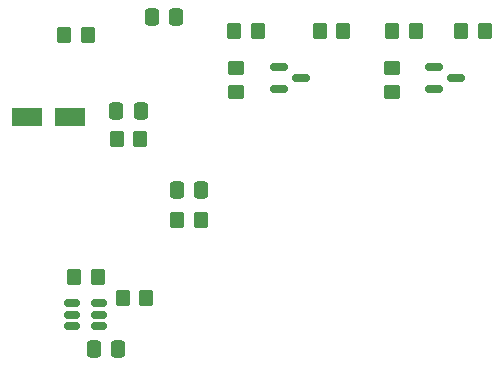
<source format=gtp>
%TF.GenerationSoftware,KiCad,Pcbnew,(6.0.1)*%
%TF.CreationDate,2022-03-16T15:45:56+00:00*%
%TF.ProjectId,pi_transceiver_hat,70695f74-7261-46e7-9363-65697665725f,1*%
%TF.SameCoordinates,Original*%
%TF.FileFunction,Paste,Top*%
%TF.FilePolarity,Positive*%
%FSLAX46Y46*%
G04 Gerber Fmt 4.6, Leading zero omitted, Abs format (unit mm)*
G04 Created by KiCad (PCBNEW (6.0.1)) date 2022-03-16 15:45:56*
%MOMM*%
%LPD*%
G01*
G04 APERTURE LIST*
G04 Aperture macros list*
%AMRoundRect*
0 Rectangle with rounded corners*
0 $1 Rounding radius*
0 $2 $3 $4 $5 $6 $7 $8 $9 X,Y pos of 4 corners*
0 Add a 4 corners polygon primitive as box body*
4,1,4,$2,$3,$4,$5,$6,$7,$8,$9,$2,$3,0*
0 Add four circle primitives for the rounded corners*
1,1,$1+$1,$2,$3*
1,1,$1+$1,$4,$5*
1,1,$1+$1,$6,$7*
1,1,$1+$1,$8,$9*
0 Add four rect primitives between the rounded corners*
20,1,$1+$1,$2,$3,$4,$5,0*
20,1,$1+$1,$4,$5,$6,$7,0*
20,1,$1+$1,$6,$7,$8,$9,0*
20,1,$1+$1,$8,$9,$2,$3,0*%
G04 Aperture macros list end*
%ADD10RoundRect,0.250000X0.350000X0.450000X-0.350000X0.450000X-0.350000X-0.450000X0.350000X-0.450000X0*%
%ADD11RoundRect,0.250000X-0.337500X-0.475000X0.337500X-0.475000X0.337500X0.475000X-0.337500X0.475000X0*%
%ADD12RoundRect,0.150000X-0.587500X-0.150000X0.587500X-0.150000X0.587500X0.150000X-0.587500X0.150000X0*%
%ADD13RoundRect,0.250000X-1.050000X-0.550000X1.050000X-0.550000X1.050000X0.550000X-1.050000X0.550000X0*%
%ADD14RoundRect,0.250000X0.337500X0.475000X-0.337500X0.475000X-0.337500X-0.475000X0.337500X-0.475000X0*%
%ADD15RoundRect,0.250000X0.450000X-0.350000X0.450000X0.350000X-0.450000X0.350000X-0.450000X-0.350000X0*%
%ADD16RoundRect,0.150000X-0.512500X-0.150000X0.512500X-0.150000X0.512500X0.150000X-0.512500X0.150000X0*%
%ADD17RoundRect,0.250000X-0.350000X-0.450000X0.350000X-0.450000X0.350000X0.450000X-0.350000X0.450000X0*%
G04 APERTURE END LIST*
D10*
X132216400Y-105156000D03*
X130216400Y-105156000D03*
D11*
X128045300Y-87985600D03*
X130120300Y-87985600D03*
D12*
X138813300Y-92217200D03*
X138813300Y-94117200D03*
X140688300Y-93167200D03*
D10*
X150402800Y-89204800D03*
X148402800Y-89204800D03*
X137042400Y-89204800D03*
X135042400Y-89204800D03*
X144272000Y-89204800D03*
X142272000Y-89204800D03*
X127593600Y-111760000D03*
X125593600Y-111760000D03*
D13*
X117529200Y-96469200D03*
X121129200Y-96469200D03*
D11*
X130178900Y-102666800D03*
X132253900Y-102666800D03*
D14*
X127123100Y-95961200D03*
X125048100Y-95961200D03*
D10*
X123478800Y-110032800D03*
X121478800Y-110032800D03*
D12*
X151919700Y-92217200D03*
X151919700Y-94117200D03*
X153794700Y-93167200D03*
D11*
X123147000Y-116078000D03*
X125222000Y-116078000D03*
D10*
X156244800Y-89204800D03*
X154244800Y-89204800D03*
X122666000Y-89509600D03*
X120666000Y-89509600D03*
D15*
X135229600Y-94317200D03*
X135229600Y-92317200D03*
X148386800Y-94317200D03*
X148386800Y-92317200D03*
D16*
X121290500Y-112232400D03*
X121290500Y-113182400D03*
X121290500Y-114132400D03*
X123565500Y-114132400D03*
X123565500Y-113182400D03*
X123565500Y-112232400D03*
D17*
X125101600Y-98348800D03*
X127101600Y-98348800D03*
M02*

</source>
